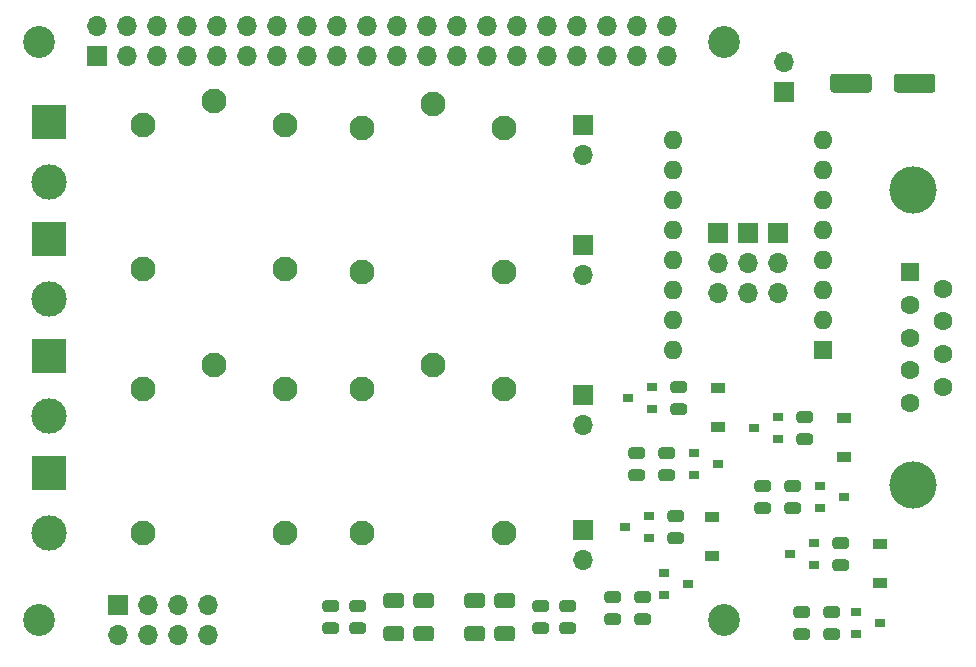
<source format=gts>
G04 #@! TF.GenerationSoftware,KiCad,Pcbnew,5.1.6-c6e7f7d~87~ubuntu18.04.1*
G04 #@! TF.CreationDate,2020-09-01T14:20:24+02:00*
G04 #@! TF.ProjectId,relais_hat,72656c61-6973-45f6-9861-742e6b696361,rev?*
G04 #@! TF.SameCoordinates,Original*
G04 #@! TF.FileFunction,Soldermask,Top*
G04 #@! TF.FilePolarity,Negative*
%FSLAX46Y46*%
G04 Gerber Fmt 4.6, Leading zero omitted, Abs format (unit mm)*
G04 Created by KiCad (PCBNEW 5.1.6-c6e7f7d~87~ubuntu18.04.1) date 2020-09-01 14:20:24*
%MOMM*%
%LPD*%
G01*
G04 APERTURE LIST*
%ADD10O,1.700000X1.700000*%
%ADD11R,1.700000X1.700000*%
%ADD12C,4.000000*%
%ADD13C,1.600000*%
%ADD14R,1.600000X1.600000*%
%ADD15R,0.900000X0.800000*%
%ADD16R,1.200000X0.900000*%
%ADD17C,2.100000*%
%ADD18C,3.000000*%
%ADD19R,3.000000X3.000000*%
%ADD20O,1.600000X1.600000*%
%ADD21C,2.700000*%
G04 APERTURE END LIST*
D10*
X266548000Y-98946000D03*
D11*
X266548000Y-101486000D03*
G36*
G01*
X243551000Y-145161000D02*
X242301000Y-145161000D01*
G75*
G02*
X242051000Y-144911000I0J250000D01*
G01*
X242051000Y-144161000D01*
G75*
G02*
X242301000Y-143911000I250000J0D01*
G01*
X243551000Y-143911000D01*
G75*
G02*
X243801000Y-144161000I0J-250000D01*
G01*
X243801000Y-144911000D01*
G75*
G02*
X243551000Y-145161000I-250000J0D01*
G01*
G37*
G36*
G01*
X243551000Y-147961000D02*
X242301000Y-147961000D01*
G75*
G02*
X242051000Y-147711000I0J250000D01*
G01*
X242051000Y-146961000D01*
G75*
G02*
X242301000Y-146711000I250000J0D01*
G01*
X243551000Y-146711000D01*
G75*
G02*
X243801000Y-146961000I0J-250000D01*
G01*
X243801000Y-147711000D01*
G75*
G02*
X243551000Y-147961000I-250000J0D01*
G01*
G37*
G36*
G01*
X241011000Y-145161000D02*
X239761000Y-145161000D01*
G75*
G02*
X239511000Y-144911000I0J250000D01*
G01*
X239511000Y-144161000D01*
G75*
G02*
X239761000Y-143911000I250000J0D01*
G01*
X241011000Y-143911000D01*
G75*
G02*
X241261000Y-144161000I0J-250000D01*
G01*
X241261000Y-144911000D01*
G75*
G02*
X241011000Y-145161000I-250000J0D01*
G01*
G37*
G36*
G01*
X241011000Y-147961000D02*
X239761000Y-147961000D01*
G75*
G02*
X239511000Y-147711000I0J250000D01*
G01*
X239511000Y-146961000D01*
G75*
G02*
X239761000Y-146711000I250000J0D01*
G01*
X241011000Y-146711000D01*
G75*
G02*
X241261000Y-146961000I0J-250000D01*
G01*
X241261000Y-147711000D01*
G75*
G02*
X241011000Y-147961000I-250000J0D01*
G01*
G37*
G36*
G01*
X236693000Y-145161000D02*
X235443000Y-145161000D01*
G75*
G02*
X235193000Y-144911000I0J250000D01*
G01*
X235193000Y-144161000D01*
G75*
G02*
X235443000Y-143911000I250000J0D01*
G01*
X236693000Y-143911000D01*
G75*
G02*
X236943000Y-144161000I0J-250000D01*
G01*
X236943000Y-144911000D01*
G75*
G02*
X236693000Y-145161000I-250000J0D01*
G01*
G37*
G36*
G01*
X236693000Y-147961000D02*
X235443000Y-147961000D01*
G75*
G02*
X235193000Y-147711000I0J250000D01*
G01*
X235193000Y-146961000D01*
G75*
G02*
X235443000Y-146711000I250000J0D01*
G01*
X236693000Y-146711000D01*
G75*
G02*
X236943000Y-146961000I0J-250000D01*
G01*
X236943000Y-147711000D01*
G75*
G02*
X236693000Y-147961000I-250000J0D01*
G01*
G37*
G36*
G01*
X234153000Y-145161000D02*
X232903000Y-145161000D01*
G75*
G02*
X232653000Y-144911000I0J250000D01*
G01*
X232653000Y-144161000D01*
G75*
G02*
X232903000Y-143911000I250000J0D01*
G01*
X234153000Y-143911000D01*
G75*
G02*
X234403000Y-144161000I0J-250000D01*
G01*
X234403000Y-144911000D01*
G75*
G02*
X234153000Y-145161000I-250000J0D01*
G01*
G37*
G36*
G01*
X234153000Y-147961000D02*
X232903000Y-147961000D01*
G75*
G02*
X232653000Y-147711000I0J250000D01*
G01*
X232653000Y-146961000D01*
G75*
G02*
X232903000Y-146711000I250000J0D01*
G01*
X234153000Y-146711000D01*
G75*
G02*
X234403000Y-146961000I0J-250000D01*
G01*
X234403000Y-147711000D01*
G75*
G02*
X234153000Y-147961000I-250000J0D01*
G01*
G37*
G36*
G01*
X275880000Y-101274000D02*
X275880000Y-100174000D01*
G75*
G02*
X276130000Y-99924000I250000J0D01*
G01*
X279130000Y-99924000D01*
G75*
G02*
X279380000Y-100174000I0J-250000D01*
G01*
X279380000Y-101274000D01*
G75*
G02*
X279130000Y-101524000I-250000J0D01*
G01*
X276130000Y-101524000D01*
G75*
G02*
X275880000Y-101274000I0J250000D01*
G01*
G37*
G36*
G01*
X270480000Y-101274000D02*
X270480000Y-100174000D01*
G75*
G02*
X270730000Y-99924000I250000J0D01*
G01*
X273730000Y-99924000D01*
G75*
G02*
X273980000Y-100174000I0J-250000D01*
G01*
X273980000Y-101274000D01*
G75*
G02*
X273730000Y-101524000I-250000J0D01*
G01*
X270730000Y-101524000D01*
G75*
G02*
X270480000Y-101274000I0J250000D01*
G01*
G37*
D10*
X266040000Y-118504000D03*
X266040000Y-115964000D03*
D11*
X266040000Y-113424000D03*
D10*
X263500000Y-118504000D03*
X263500000Y-115964000D03*
D11*
X263500000Y-113424000D03*
D10*
X260960000Y-118504000D03*
X260960000Y-115964000D03*
D11*
X260960000Y-113424000D03*
D12*
X277516000Y-109766000D03*
X277516000Y-134766000D03*
D13*
X280056000Y-126421000D03*
X280056000Y-123651000D03*
X280056000Y-120881000D03*
X280056000Y-118111000D03*
X277216000Y-127806000D03*
X277216000Y-125036000D03*
X277216000Y-122266000D03*
X277216000Y-119496000D03*
D14*
X277216000Y-116726000D03*
D15*
X260944000Y-132982000D03*
X258944000Y-133932000D03*
X258944000Y-132032000D03*
X274660000Y-146444000D03*
X272660000Y-147394000D03*
X272660000Y-145494000D03*
X271612000Y-135776000D03*
X269612000Y-136726000D03*
X269612000Y-134826000D03*
X258404000Y-143142000D03*
X256404000Y-144092000D03*
X256404000Y-142192000D03*
D16*
X260960000Y-129806000D03*
X260960000Y-126506000D03*
X274676000Y-143014000D03*
X274676000Y-139714000D03*
X271628000Y-132346000D03*
X271628000Y-129046000D03*
X260452000Y-140728000D03*
X260452000Y-137428000D03*
D15*
X253356000Y-127394000D03*
X255356000Y-126444000D03*
X255356000Y-128344000D03*
X267072000Y-140602000D03*
X269072000Y-139652000D03*
X269072000Y-141552000D03*
X264024000Y-129934000D03*
X266024000Y-128984000D03*
X266024000Y-130884000D03*
X253102000Y-138316000D03*
X255102000Y-137366000D03*
X255102000Y-139266000D03*
G36*
G01*
X257098250Y-132532000D02*
X256185750Y-132532000D01*
G75*
G02*
X255942000Y-132288250I0J243750D01*
G01*
X255942000Y-131800750D01*
G75*
G02*
X256185750Y-131557000I243750J0D01*
G01*
X257098250Y-131557000D01*
G75*
G02*
X257342000Y-131800750I0J-243750D01*
G01*
X257342000Y-132288250D01*
G75*
G02*
X257098250Y-132532000I-243750J0D01*
G01*
G37*
G36*
G01*
X257098250Y-134407000D02*
X256185750Y-134407000D01*
G75*
G02*
X255942000Y-134163250I0J243750D01*
G01*
X255942000Y-133675750D01*
G75*
G02*
X256185750Y-133432000I243750J0D01*
G01*
X257098250Y-133432000D01*
G75*
G02*
X257342000Y-133675750I0J-243750D01*
G01*
X257342000Y-134163250D01*
G75*
G02*
X257098250Y-134407000I-243750J0D01*
G01*
G37*
G36*
G01*
X271068250Y-145994000D02*
X270155750Y-145994000D01*
G75*
G02*
X269912000Y-145750250I0J243750D01*
G01*
X269912000Y-145262750D01*
G75*
G02*
X270155750Y-145019000I243750J0D01*
G01*
X271068250Y-145019000D01*
G75*
G02*
X271312000Y-145262750I0J-243750D01*
G01*
X271312000Y-145750250D01*
G75*
G02*
X271068250Y-145994000I-243750J0D01*
G01*
G37*
G36*
G01*
X271068250Y-147869000D02*
X270155750Y-147869000D01*
G75*
G02*
X269912000Y-147625250I0J243750D01*
G01*
X269912000Y-147137750D01*
G75*
G02*
X270155750Y-146894000I243750J0D01*
G01*
X271068250Y-146894000D01*
G75*
G02*
X271312000Y-147137750I0J-243750D01*
G01*
X271312000Y-147625250D01*
G75*
G02*
X271068250Y-147869000I-243750J0D01*
G01*
G37*
G36*
G01*
X267766250Y-135326000D02*
X266853750Y-135326000D01*
G75*
G02*
X266610000Y-135082250I0J243750D01*
G01*
X266610000Y-134594750D01*
G75*
G02*
X266853750Y-134351000I243750J0D01*
G01*
X267766250Y-134351000D01*
G75*
G02*
X268010000Y-134594750I0J-243750D01*
G01*
X268010000Y-135082250D01*
G75*
G02*
X267766250Y-135326000I-243750J0D01*
G01*
G37*
G36*
G01*
X267766250Y-137201000D02*
X266853750Y-137201000D01*
G75*
G02*
X266610000Y-136957250I0J243750D01*
G01*
X266610000Y-136469750D01*
G75*
G02*
X266853750Y-136226000I243750J0D01*
G01*
X267766250Y-136226000D01*
G75*
G02*
X268010000Y-136469750I0J-243750D01*
G01*
X268010000Y-136957250D01*
G75*
G02*
X267766250Y-137201000I-243750J0D01*
G01*
G37*
G36*
G01*
X255066250Y-144724000D02*
X254153750Y-144724000D01*
G75*
G02*
X253910000Y-144480250I0J243750D01*
G01*
X253910000Y-143992750D01*
G75*
G02*
X254153750Y-143749000I243750J0D01*
G01*
X255066250Y-143749000D01*
G75*
G02*
X255310000Y-143992750I0J-243750D01*
G01*
X255310000Y-144480250D01*
G75*
G02*
X255066250Y-144724000I-243750J0D01*
G01*
G37*
G36*
G01*
X255066250Y-146599000D02*
X254153750Y-146599000D01*
G75*
G02*
X253910000Y-146355250I0J243750D01*
G01*
X253910000Y-145867750D01*
G75*
G02*
X254153750Y-145624000I243750J0D01*
G01*
X255066250Y-145624000D01*
G75*
G02*
X255310000Y-145867750I0J-243750D01*
G01*
X255310000Y-146355250D01*
G75*
G02*
X255066250Y-146599000I-243750J0D01*
G01*
G37*
G36*
G01*
X246430250Y-145486000D02*
X245517750Y-145486000D01*
G75*
G02*
X245274000Y-145242250I0J243750D01*
G01*
X245274000Y-144754750D01*
G75*
G02*
X245517750Y-144511000I243750J0D01*
G01*
X246430250Y-144511000D01*
G75*
G02*
X246674000Y-144754750I0J-243750D01*
G01*
X246674000Y-145242250D01*
G75*
G02*
X246430250Y-145486000I-243750J0D01*
G01*
G37*
G36*
G01*
X246430250Y-147361000D02*
X245517750Y-147361000D01*
G75*
G02*
X245274000Y-147117250I0J243750D01*
G01*
X245274000Y-146629750D01*
G75*
G02*
X245517750Y-146386000I243750J0D01*
G01*
X246430250Y-146386000D01*
G75*
G02*
X246674000Y-146629750I0J-243750D01*
G01*
X246674000Y-147117250D01*
G75*
G02*
X246430250Y-147361000I-243750J0D01*
G01*
G37*
G36*
G01*
X248716250Y-145486000D02*
X247803750Y-145486000D01*
G75*
G02*
X247560000Y-145242250I0J243750D01*
G01*
X247560000Y-144754750D01*
G75*
G02*
X247803750Y-144511000I243750J0D01*
G01*
X248716250Y-144511000D01*
G75*
G02*
X248960000Y-144754750I0J-243750D01*
G01*
X248960000Y-145242250D01*
G75*
G02*
X248716250Y-145486000I-243750J0D01*
G01*
G37*
G36*
G01*
X248716250Y-147361000D02*
X247803750Y-147361000D01*
G75*
G02*
X247560000Y-147117250I0J243750D01*
G01*
X247560000Y-146629750D01*
G75*
G02*
X247803750Y-146386000I243750J0D01*
G01*
X248716250Y-146386000D01*
G75*
G02*
X248960000Y-146629750I0J-243750D01*
G01*
X248960000Y-147117250D01*
G75*
G02*
X248716250Y-147361000I-243750J0D01*
G01*
G37*
G36*
G01*
X228650250Y-145486000D02*
X227737750Y-145486000D01*
G75*
G02*
X227494000Y-145242250I0J243750D01*
G01*
X227494000Y-144754750D01*
G75*
G02*
X227737750Y-144511000I243750J0D01*
G01*
X228650250Y-144511000D01*
G75*
G02*
X228894000Y-144754750I0J-243750D01*
G01*
X228894000Y-145242250D01*
G75*
G02*
X228650250Y-145486000I-243750J0D01*
G01*
G37*
G36*
G01*
X228650250Y-147361000D02*
X227737750Y-147361000D01*
G75*
G02*
X227494000Y-147117250I0J243750D01*
G01*
X227494000Y-146629750D01*
G75*
G02*
X227737750Y-146386000I243750J0D01*
G01*
X228650250Y-146386000D01*
G75*
G02*
X228894000Y-146629750I0J-243750D01*
G01*
X228894000Y-147117250D01*
G75*
G02*
X228650250Y-147361000I-243750J0D01*
G01*
G37*
G36*
G01*
X230936250Y-145486000D02*
X230023750Y-145486000D01*
G75*
G02*
X229780000Y-145242250I0J243750D01*
G01*
X229780000Y-144754750D01*
G75*
G02*
X230023750Y-144511000I243750J0D01*
G01*
X230936250Y-144511000D01*
G75*
G02*
X231180000Y-144754750I0J-243750D01*
G01*
X231180000Y-145242250D01*
G75*
G02*
X230936250Y-145486000I-243750J0D01*
G01*
G37*
G36*
G01*
X230936250Y-147361000D02*
X230023750Y-147361000D01*
G75*
G02*
X229780000Y-147117250I0J243750D01*
G01*
X229780000Y-146629750D01*
G75*
G02*
X230023750Y-146386000I243750J0D01*
G01*
X230936250Y-146386000D01*
G75*
G02*
X231180000Y-146629750I0J-243750D01*
G01*
X231180000Y-147117250D01*
G75*
G02*
X230936250Y-147361000I-243750J0D01*
G01*
G37*
G36*
G01*
X253645750Y-133432000D02*
X254558250Y-133432000D01*
G75*
G02*
X254802000Y-133675750I0J-243750D01*
G01*
X254802000Y-134163250D01*
G75*
G02*
X254558250Y-134407000I-243750J0D01*
G01*
X253645750Y-134407000D01*
G75*
G02*
X253402000Y-134163250I0J243750D01*
G01*
X253402000Y-133675750D01*
G75*
G02*
X253645750Y-133432000I243750J0D01*
G01*
G37*
G36*
G01*
X253645750Y-131557000D02*
X254558250Y-131557000D01*
G75*
G02*
X254802000Y-131800750I0J-243750D01*
G01*
X254802000Y-132288250D01*
G75*
G02*
X254558250Y-132532000I-243750J0D01*
G01*
X253645750Y-132532000D01*
G75*
G02*
X253402000Y-132288250I0J243750D01*
G01*
X253402000Y-131800750D01*
G75*
G02*
X253645750Y-131557000I243750J0D01*
G01*
G37*
G36*
G01*
X267615750Y-146894000D02*
X268528250Y-146894000D01*
G75*
G02*
X268772000Y-147137750I0J-243750D01*
G01*
X268772000Y-147625250D01*
G75*
G02*
X268528250Y-147869000I-243750J0D01*
G01*
X267615750Y-147869000D01*
G75*
G02*
X267372000Y-147625250I0J243750D01*
G01*
X267372000Y-147137750D01*
G75*
G02*
X267615750Y-146894000I243750J0D01*
G01*
G37*
G36*
G01*
X267615750Y-145019000D02*
X268528250Y-145019000D01*
G75*
G02*
X268772000Y-145262750I0J-243750D01*
G01*
X268772000Y-145750250D01*
G75*
G02*
X268528250Y-145994000I-243750J0D01*
G01*
X267615750Y-145994000D01*
G75*
G02*
X267372000Y-145750250I0J243750D01*
G01*
X267372000Y-145262750D01*
G75*
G02*
X267615750Y-145019000I243750J0D01*
G01*
G37*
G36*
G01*
X264313750Y-136226000D02*
X265226250Y-136226000D01*
G75*
G02*
X265470000Y-136469750I0J-243750D01*
G01*
X265470000Y-136957250D01*
G75*
G02*
X265226250Y-137201000I-243750J0D01*
G01*
X264313750Y-137201000D01*
G75*
G02*
X264070000Y-136957250I0J243750D01*
G01*
X264070000Y-136469750D01*
G75*
G02*
X264313750Y-136226000I243750J0D01*
G01*
G37*
G36*
G01*
X264313750Y-134351000D02*
X265226250Y-134351000D01*
G75*
G02*
X265470000Y-134594750I0J-243750D01*
G01*
X265470000Y-135082250D01*
G75*
G02*
X265226250Y-135326000I-243750J0D01*
G01*
X264313750Y-135326000D01*
G75*
G02*
X264070000Y-135082250I0J243750D01*
G01*
X264070000Y-134594750D01*
G75*
G02*
X264313750Y-134351000I243750J0D01*
G01*
G37*
G36*
G01*
X251613750Y-145624000D02*
X252526250Y-145624000D01*
G75*
G02*
X252770000Y-145867750I0J-243750D01*
G01*
X252770000Y-146355250D01*
G75*
G02*
X252526250Y-146599000I-243750J0D01*
G01*
X251613750Y-146599000D01*
G75*
G02*
X251370000Y-146355250I0J243750D01*
G01*
X251370000Y-145867750D01*
G75*
G02*
X251613750Y-145624000I243750J0D01*
G01*
G37*
G36*
G01*
X251613750Y-143749000D02*
X252526250Y-143749000D01*
G75*
G02*
X252770000Y-143992750I0J-243750D01*
G01*
X252770000Y-144480250D01*
G75*
G02*
X252526250Y-144724000I-243750J0D01*
G01*
X251613750Y-144724000D01*
G75*
G02*
X251370000Y-144480250I0J243750D01*
G01*
X251370000Y-143992750D01*
G75*
G02*
X251613750Y-143749000I243750J0D01*
G01*
G37*
D17*
X218288000Y-124628000D03*
X212288000Y-138828000D03*
X212288000Y-126628000D03*
X224288000Y-138828000D03*
X224288000Y-126628000D03*
X236830000Y-124628000D03*
X230830000Y-138828000D03*
X230830000Y-126628000D03*
X242830000Y-138828000D03*
X242830000Y-126628000D03*
X236830000Y-102530000D03*
X230830000Y-116730000D03*
X230830000Y-104530000D03*
X242830000Y-116730000D03*
X242830000Y-104530000D03*
X218288000Y-102276000D03*
X212288000Y-116476000D03*
X212288000Y-104276000D03*
X224288000Y-116476000D03*
X224288000Y-104276000D03*
D18*
X204318000Y-138824000D03*
D19*
X204318000Y-133744000D03*
D18*
X204318000Y-128918000D03*
D19*
X204318000Y-123838000D03*
D18*
X204318000Y-119012000D03*
D19*
X204318000Y-113932000D03*
D18*
X204318000Y-109106000D03*
D19*
X204318000Y-104026000D03*
G36*
G01*
X257201750Y-127844000D02*
X258114250Y-127844000D01*
G75*
G02*
X258358000Y-128087750I0J-243750D01*
G01*
X258358000Y-128575250D01*
G75*
G02*
X258114250Y-128819000I-243750J0D01*
G01*
X257201750Y-128819000D01*
G75*
G02*
X256958000Y-128575250I0J243750D01*
G01*
X256958000Y-128087750D01*
G75*
G02*
X257201750Y-127844000I243750J0D01*
G01*
G37*
G36*
G01*
X257201750Y-125969000D02*
X258114250Y-125969000D01*
G75*
G02*
X258358000Y-126212750I0J-243750D01*
G01*
X258358000Y-126700250D01*
G75*
G02*
X258114250Y-126944000I-243750J0D01*
G01*
X257201750Y-126944000D01*
G75*
G02*
X256958000Y-126700250I0J243750D01*
G01*
X256958000Y-126212750D01*
G75*
G02*
X257201750Y-125969000I243750J0D01*
G01*
G37*
G36*
G01*
X270917750Y-141052000D02*
X271830250Y-141052000D01*
G75*
G02*
X272074000Y-141295750I0J-243750D01*
G01*
X272074000Y-141783250D01*
G75*
G02*
X271830250Y-142027000I-243750J0D01*
G01*
X270917750Y-142027000D01*
G75*
G02*
X270674000Y-141783250I0J243750D01*
G01*
X270674000Y-141295750D01*
G75*
G02*
X270917750Y-141052000I243750J0D01*
G01*
G37*
G36*
G01*
X270917750Y-139177000D02*
X271830250Y-139177000D01*
G75*
G02*
X272074000Y-139420750I0J-243750D01*
G01*
X272074000Y-139908250D01*
G75*
G02*
X271830250Y-140152000I-243750J0D01*
G01*
X270917750Y-140152000D01*
G75*
G02*
X270674000Y-139908250I0J243750D01*
G01*
X270674000Y-139420750D01*
G75*
G02*
X270917750Y-139177000I243750J0D01*
G01*
G37*
G36*
G01*
X267869750Y-130384000D02*
X268782250Y-130384000D01*
G75*
G02*
X269026000Y-130627750I0J-243750D01*
G01*
X269026000Y-131115250D01*
G75*
G02*
X268782250Y-131359000I-243750J0D01*
G01*
X267869750Y-131359000D01*
G75*
G02*
X267626000Y-131115250I0J243750D01*
G01*
X267626000Y-130627750D01*
G75*
G02*
X267869750Y-130384000I243750J0D01*
G01*
G37*
G36*
G01*
X267869750Y-128509000D02*
X268782250Y-128509000D01*
G75*
G02*
X269026000Y-128752750I0J-243750D01*
G01*
X269026000Y-129240250D01*
G75*
G02*
X268782250Y-129484000I-243750J0D01*
G01*
X267869750Y-129484000D01*
G75*
G02*
X267626000Y-129240250I0J243750D01*
G01*
X267626000Y-128752750D01*
G75*
G02*
X267869750Y-128509000I243750J0D01*
G01*
G37*
G36*
G01*
X256947750Y-138766000D02*
X257860250Y-138766000D01*
G75*
G02*
X258104000Y-139009750I0J-243750D01*
G01*
X258104000Y-139497250D01*
G75*
G02*
X257860250Y-139741000I-243750J0D01*
G01*
X256947750Y-139741000D01*
G75*
G02*
X256704000Y-139497250I0J243750D01*
G01*
X256704000Y-139009750D01*
G75*
G02*
X256947750Y-138766000I243750J0D01*
G01*
G37*
G36*
G01*
X256947750Y-136891000D02*
X257860250Y-136891000D01*
G75*
G02*
X258104000Y-137134750I0J-243750D01*
G01*
X258104000Y-137622250D01*
G75*
G02*
X257860250Y-137866000I-243750J0D01*
G01*
X256947750Y-137866000D01*
G75*
G02*
X256704000Y-137622250I0J243750D01*
G01*
X256704000Y-137134750D01*
G75*
G02*
X256947750Y-136891000I243750J0D01*
G01*
G37*
D20*
X257150000Y-123330000D03*
X269850000Y-105550000D03*
X257150000Y-120790000D03*
X269850000Y-108090000D03*
X257150000Y-118250000D03*
X269850000Y-110630000D03*
X257150000Y-115710000D03*
X269850000Y-113170000D03*
X257150000Y-113170000D03*
X269850000Y-115710000D03*
X257150000Y-110630000D03*
X269850000Y-118250000D03*
X257150000Y-108090000D03*
X269850000Y-120790000D03*
X257150000Y-105550000D03*
D14*
X269850000Y-123330000D03*
D11*
X208382000Y-98438000D03*
D10*
X208382000Y-95898000D03*
X210922000Y-98438000D03*
X210922000Y-95898000D03*
X213462000Y-98438000D03*
X213462000Y-95898000D03*
X216002000Y-98438000D03*
X216002000Y-95898000D03*
X218542000Y-98438000D03*
X218542000Y-95898000D03*
X221082000Y-98438000D03*
X221082000Y-95898000D03*
X223622000Y-98438000D03*
X223622000Y-95898000D03*
X226162000Y-98438000D03*
X226162000Y-95898000D03*
X228702000Y-98438000D03*
X228702000Y-95898000D03*
X231242000Y-98438000D03*
X231242000Y-95898000D03*
X233782000Y-98438000D03*
X233782000Y-95898000D03*
X236322000Y-98438000D03*
X236322000Y-95898000D03*
X238862000Y-98438000D03*
X238862000Y-95898000D03*
X241402000Y-98438000D03*
X241402000Y-95898000D03*
X243942000Y-98438000D03*
X243942000Y-95898000D03*
X246482000Y-98438000D03*
X246482000Y-95898000D03*
X249022000Y-98438000D03*
X249022000Y-95898000D03*
X251562000Y-98438000D03*
X251562000Y-95898000D03*
X254102000Y-98438000D03*
X254102000Y-95898000D03*
X256642000Y-98438000D03*
X256642000Y-95898000D03*
X249530000Y-116980000D03*
D11*
X249530000Y-114440000D03*
D10*
X249530000Y-141110000D03*
D11*
X249530000Y-138570000D03*
D10*
X249530000Y-129680000D03*
D11*
X249530000Y-127140000D03*
D10*
X249530000Y-106820000D03*
D11*
X249530000Y-104280000D03*
D10*
X217780000Y-147460000D03*
X217780000Y-144920000D03*
X215240000Y-147460000D03*
X215240000Y-144920000D03*
X212700000Y-147460000D03*
X212700000Y-144920000D03*
X210160000Y-147460000D03*
D11*
X210160000Y-144920000D03*
D21*
X261510000Y-146190000D03*
X203510000Y-146200000D03*
X261510000Y-97200000D03*
X203510000Y-97200000D03*
M02*

</source>
